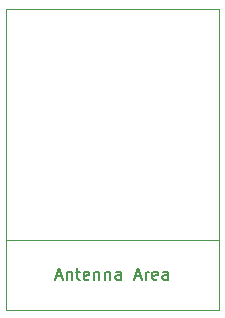
<source format=gbr>
%TF.GenerationSoftware,KiCad,Pcbnew,(5.1.10)-1*%
%TF.CreationDate,2022-02-17T21:55:53+01:00*%
%TF.ProjectId,keyboardEink,6b657962-6f61-4726-9445-696e6b2e6b69,rev?*%
%TF.SameCoordinates,Original*%
%TF.FileFunction,Other,ECO2*%
%FSLAX46Y46*%
G04 Gerber Fmt 4.6, Leading zero omitted, Abs format (unit mm)*
G04 Created by KiCad (PCBNEW (5.1.10)-1) date 2022-02-17 21:55:53*
%MOMM*%
%LPD*%
G01*
G04 APERTURE LIST*
%ADD10C,0.120000*%
%ADD11C,0.150000*%
G04 APERTURE END LIST*
D10*
%TO.C,U4*%
X172708000Y-114028000D02*
X190708000Y-114028000D01*
X190708000Y-94468000D02*
X172708000Y-94468000D01*
X190708000Y-119968000D02*
X190708000Y-94468000D01*
X172708000Y-119968000D02*
X190708000Y-119968000D01*
X172708000Y-94468000D02*
X172708000Y-119968000D01*
%TD*%
%TO.C,U4*%
D11*
X176946095Y-117134666D02*
X177422285Y-117134666D01*
X176850857Y-117420380D02*
X177184190Y-116420380D01*
X177517523Y-117420380D01*
X177850857Y-116753714D02*
X177850857Y-117420380D01*
X177850857Y-116848952D02*
X177898476Y-116801333D01*
X177993714Y-116753714D01*
X178136571Y-116753714D01*
X178231809Y-116801333D01*
X178279428Y-116896571D01*
X178279428Y-117420380D01*
X178612761Y-116753714D02*
X178993714Y-116753714D01*
X178755619Y-116420380D02*
X178755619Y-117277523D01*
X178803238Y-117372761D01*
X178898476Y-117420380D01*
X178993714Y-117420380D01*
X179708000Y-117372761D02*
X179612761Y-117420380D01*
X179422285Y-117420380D01*
X179327047Y-117372761D01*
X179279428Y-117277523D01*
X179279428Y-116896571D01*
X179327047Y-116801333D01*
X179422285Y-116753714D01*
X179612761Y-116753714D01*
X179708000Y-116801333D01*
X179755619Y-116896571D01*
X179755619Y-116991809D01*
X179279428Y-117087047D01*
X180184190Y-116753714D02*
X180184190Y-117420380D01*
X180184190Y-116848952D02*
X180231809Y-116801333D01*
X180327047Y-116753714D01*
X180469904Y-116753714D01*
X180565142Y-116801333D01*
X180612761Y-116896571D01*
X180612761Y-117420380D01*
X181088952Y-116753714D02*
X181088952Y-117420380D01*
X181088952Y-116848952D02*
X181136571Y-116801333D01*
X181231809Y-116753714D01*
X181374666Y-116753714D01*
X181469904Y-116801333D01*
X181517523Y-116896571D01*
X181517523Y-117420380D01*
X182422285Y-117420380D02*
X182422285Y-116896571D01*
X182374666Y-116801333D01*
X182279428Y-116753714D01*
X182088952Y-116753714D01*
X181993714Y-116801333D01*
X182422285Y-117372761D02*
X182327047Y-117420380D01*
X182088952Y-117420380D01*
X181993714Y-117372761D01*
X181946095Y-117277523D01*
X181946095Y-117182285D01*
X181993714Y-117087047D01*
X182088952Y-117039428D01*
X182327047Y-117039428D01*
X182422285Y-116991809D01*
X183612761Y-117134666D02*
X184088952Y-117134666D01*
X183517523Y-117420380D02*
X183850857Y-116420380D01*
X184184190Y-117420380D01*
X184517523Y-117420380D02*
X184517523Y-116753714D01*
X184517523Y-116944190D02*
X184565142Y-116848952D01*
X184612761Y-116801333D01*
X184708000Y-116753714D01*
X184803238Y-116753714D01*
X185517523Y-117372761D02*
X185422285Y-117420380D01*
X185231809Y-117420380D01*
X185136571Y-117372761D01*
X185088952Y-117277523D01*
X185088952Y-116896571D01*
X185136571Y-116801333D01*
X185231809Y-116753714D01*
X185422285Y-116753714D01*
X185517523Y-116801333D01*
X185565142Y-116896571D01*
X185565142Y-116991809D01*
X185088952Y-117087047D01*
X186422285Y-117420380D02*
X186422285Y-116896571D01*
X186374666Y-116801333D01*
X186279428Y-116753714D01*
X186088952Y-116753714D01*
X185993714Y-116801333D01*
X186422285Y-117372761D02*
X186327047Y-117420380D01*
X186088952Y-117420380D01*
X185993714Y-117372761D01*
X185946095Y-117277523D01*
X185946095Y-117182285D01*
X185993714Y-117087047D01*
X186088952Y-117039428D01*
X186327047Y-117039428D01*
X186422285Y-116991809D01*
%TD*%
M02*

</source>
